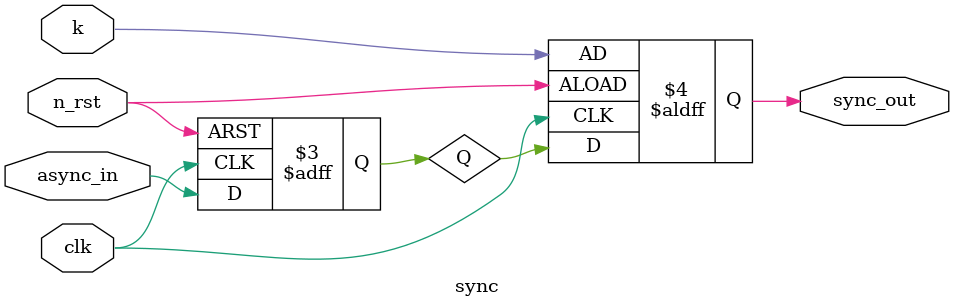
<source format=sv>

module sync
(
 input wire clk,
 input wire n_rst,
 input wire async_in,
 input wire k,
 output reg sync_out
 );

   reg 	    Q;
   

   always_ff @ (posedge clk, negedge n_rst)
   begin:sync_high
      if (1'b0 == n_rst) begin
	 Q <= 1;
	 sync_out <= k;
      end
      else begin
	 Q <= async_in;  // input to Q, Q to output
	 sync_out <= Q;
      end
   end
	 
endmodule

</source>
